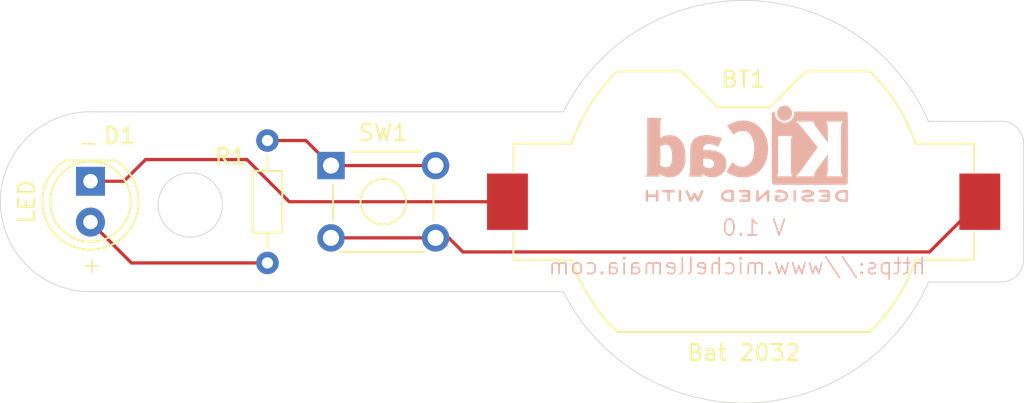
<source format=kicad_pcb>
(kicad_pcb (version 20241229) (generator "pcbnew") (generator_version "9.0")
  (title_block (title "LED Torch") (date "2025-07-30") (rev "1") (company "https://www.michellemaia.com") (comment 1 "Designer: Michelle Maia"))
  (layers (0 "F.Cu" signal) (2 "B.Cu" signal) (13 "F.Paste" user) (15 "B.Paste" user) (5 "F.SilkS" user "F.Silkscreen") (7 "B.SilkS" user "B.Silkscreen") (1 "F.Mask" user) (3 "B.Mask" user) (25 "Edge.Cuts" user))
  (property "teste" "Bola")
  (net 0 "")
  (net 1 "/LED_cathode")
  (net 2 "/bat_pos")
  (net 3 "/LED_anode")
  (net 4 "Net-(SW1A-A)")
  (footprint "LED_THT:LED_D5.0mm" (layer "F.Cu") (at 119.2 96.125 -90)
    (property "Reference" "D1" (at -2.825 -1.8 180) (layer "F.SilkS"))
    (property "Value" "LED" (at 1.27 3.96 90) (layer "F.SilkS"))
    (pad "1" thru_hole rect (at 0 0 270) (size 1.8 1.8) (drill 0.9) (layers "*.Cu" "*.Mask") (net 1 "/LED_cathode"))
    (pad "2" thru_hole circle (at 2.54 0 270) (size 1.8 1.8) (drill 0.9) (layers "*.Cu" "*.Mask") (net 3 "/LED_anode"))
  )
  (footprint "Battery:BatteryHolder_Keystone_1058_1x2032" (layer "F.Cu") (at 159.8 97.4 180)
    (property "Reference" "BT1" (at 0 7.62 0) (layer "F.SilkS"))
    (property "Value" "Bat 2032" (at 0 -9.398 0) (layer "F.SilkS"))
    (pad "1" smd rect (at -14.68 0 180) (size 2.54 3.51) (layers "F.Cu" "F.Mask" "F.Paste") (net 2 "/bat_pos"))
    (pad "2" smd rect (at 14.68 0 180) (size 2.54 3.51) (layers "F.Cu" "F.Mask" "F.Paste") (net 1 "/LED_cathode"))
  )
  (footprint "Button_Switch_THT:SW_TH_Tactile_Omron_B3F-10xx" (layer "F.Cu") (at 134.15 95.15)
    (property "Reference" "SW1" (at 3.25 -2.05 0) (layer "F.SilkS"))
    (property "Value" "SW_DPDT_x2")
    (pad "1" thru_hole rect (at 0 0) (size 1.7 1.7) (drill 1) (layers "*.Cu" "*.Mask") (net 4 "Net-(SW1A-A)"))
    (pad "1" thru_hole circle (at 6.5 0) (size 1.7 1.7) (drill 1) (layers "*.Cu" "*.Mask") (net 4 "Net-(SW1A-A)"))
    (pad "2" thru_hole circle (at 0 4.5) (size 1.7 1.7) (drill 1) (layers "*.Cu" "*.Mask") (net 2 "/bat_pos"))
    (pad "2" thru_hole circle (at 6.5 4.5) (size 1.7 1.7) (drill 1) (layers "*.Cu" "*.Mask") (net 2 "/bat_pos"))
  )
  (footprint "Resistor_THT:R_Axial_DIN0204_L3.6mm_D1.6mm_P7.62mm_Horizontal" (layer "F.Cu") (at 130.2 101.21 90)
    (property "Reference" "R1" (at 6.61 -2.3 0) (layer "F.SilkS"))
    (property "Value" "R")
    (pad "1" thru_hole circle (at 0 0 90) (size 1.4 1.4) (drill 0.7) (layers "*.Cu" "*.Mask") (net 3 "/LED_anode"))
    (pad "2" thru_hole circle (at 7.62 0 90) (size 1.4 1.4) (drill 0.7) (layers "*.Cu" "*.Mask") (net 4 "Net-(SW1A-A)"))
  )
  (footprint "Symbol:KiCad-Logo2_5mm_SilkScreen" (layer "B.Cu") (at 160 94.4 180)
    (property "Reference" "REF**" (hide yes))
    (property "Value" "KiCad-Logo2_5mm_SilkScreen" (hide yes))
  )
  (gr_arc (start 177.2 101) (mid 176.789949 101.989949) (end 175.8 102.4) (stroke (width 0.05)) (layer "Edge.Cuts"))
  (gr_circle (center 125.4 97.6) (end 127 98.8) (stroke (width 0.05)) (fill no) (layer "Edge.Cuts"))
  (gr_arc (start 175.810051 92.389949) (mid 176.8 92.8) (end 177.210051 93.789949) (stroke (width 0.05)) (layer "Edge.Cuts"))
  (gr_line (start 177.210051 93.79) (end 177.2 101) (stroke (width 0.05)) (layer "Edge.Cuts"))
  (gr_line (start 175.810049 92.38995) (end 171.289125 92.4) (stroke (width 0.05)) (layer "Edge.Cuts"))
  (gr_line (start 175.8 102.4) (end 171.289125 102.4) (stroke (width 0.05)) (layer "Edge.Cuts"))
  (gr_arc (start 148.592859 91.796431) (mid 160.133096 84.874464) (end 171.289125 92.4) (stroke (width 0.05)) (layer "Edge.Cuts"))
  (gr_arc (start 119.2 103) (mid 113.6 97.4) (end 119.2 91.8) (stroke (width 0.05)) (layer "Edge.Cuts"))
  (gr_arc (start 171.289125 102.4) (mid 160.133093 109.925536) (end 148.592857 103.003565) (stroke (width 0.05)) (layer "Edge.Cuts"))
  (gr_line (start 119.2 103) (end 148.6 103) (stroke (width 0.05)) (layer "Edge.Cuts"))
  (gr_line (start 119.2 91.8) (end 148.6 91.8) (stroke (width 0.05)) (layer "Edge.Cuts"))
  (gr_text "-\n" (at 118.4 94.3 0) (layer "F.SilkS") (effects (font (size 1 1) (thickness 0.1)) (justify left bottom)))
  (gr_text "+" (at 118.6 101.9 0) (layer "F.SilkS") (effects (font (size 1 1) (thickness 0.1)) (justify left bottom)))
  (gr_text "https://www.michellemaia.com" (at 171.2 102 0) (layer "B.SilkS") (effects (font (size 1 1) (thickness 0.1)) (justify left bottom mirror)))
  (gr_text "V 1.0" (at 162.5 99.6 0) (layer "B.SilkS") (effects (font (size 1 1) (thickness 0.1)) (justify left bottom mirror)))
  (segment (start 122.625 94.775) (end 128.925 94.775) (width 0.2) (layer "F.Cu") (net 1))
  (segment (start 131.55 97.4) (end 128.925 94.775) (width 0.2) (layer "F.Cu") (net 1))
  (segment (start 121.275 96.125) (end 122.625 94.775) (width 0.2) (layer "F.Cu") (net 1))
  (segment (start 145.12 97.4) (end 131.55 97.4) (width 0.2) (layer "F.Cu") (net 1))
  (segment (start 119.2 96.125) (end 121.275 96.125) (width 0.2) (layer "F.Cu") (net 1))
  (segment (start 141.475 99.65) (end 142.35 100.525) (width 0.2) (layer "F.Cu") (net 2))
  (segment (start 134.15 99.65) (end 140.65 99.65) (width 0.2) (layer "F.Cu") (net 2))
  (segment (start 171.355 100.525) (end 174.48 97.4) (width 0.2) (layer "F.Cu") (net 2))
  (segment (start 142.35 100.525) (end 171.355 100.525) (width 0.2) (layer "F.Cu") (net 2))
  (segment (start 140.65 99.65) (end 141.475 99.65) (width 0.2) (layer "F.Cu") (net 2))
  (segment (start 121.745 101.21) (end 130.2 101.21) (width 0.2) (layer "F.Cu") (net 3))
  (segment (start 119.2 98.665) (end 121.745 101.21) (width 0.2) (layer "F.Cu") (net 3))
  (segment (start 134.15 95.15) (end 140.65 95.15) (width 0.2) (layer "F.Cu") (net 4))
  (segment (start 132.59 93.59) (end 134.15 95.15) (width 0.2) (layer "F.Cu") (net 4))
  (segment (start 130.2 93.59) (end 132.59 93.59) (width 0.2) (layer "F.Cu") (net 4))
)
</source>
